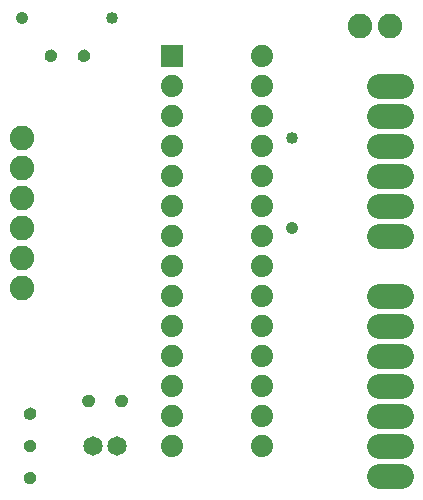
<source format=gts>
G75*
%MOIN*%
%OFA0B0*%
%FSLAX25Y25*%
%IPPOS*%
%LPD*%
%AMOC8*
5,1,8,0,0,1.08239X$1,22.5*
%
%ADD10C,0.06500*%
%ADD11R,0.07400X0.07400*%
%ADD12C,0.07400*%
%ADD13C,0.08200*%
%ADD14C,0.04000*%
%ADD15C,0.04123*%
%ADD16C,0.08200*%
%ADD17C,0.04800*%
%ADD18C,0.00500*%
D10*
X0037063Y0026000D03*
X0044937Y0026000D03*
D11*
X0063500Y0156000D03*
D12*
X0063500Y0146000D03*
X0063500Y0136000D03*
X0063500Y0126000D03*
X0063500Y0116000D03*
X0063500Y0106000D03*
X0063500Y0096000D03*
X0063500Y0086000D03*
X0063500Y0076000D03*
X0063500Y0066000D03*
X0063500Y0056000D03*
X0063500Y0046000D03*
X0063500Y0036000D03*
X0063500Y0026000D03*
X0093500Y0026000D03*
X0093500Y0036000D03*
X0093500Y0046000D03*
X0093500Y0056000D03*
X0093500Y0066000D03*
X0093500Y0076000D03*
X0093500Y0086000D03*
X0093500Y0096000D03*
X0093500Y0106000D03*
X0093500Y0116000D03*
X0093500Y0126000D03*
X0093500Y0136000D03*
X0093500Y0146000D03*
X0093500Y0156000D03*
D13*
X0126000Y0166000D03*
X0136000Y0166000D03*
X0013500Y0128500D03*
X0013500Y0118500D03*
X0013500Y0108500D03*
X0013500Y0098500D03*
X0013500Y0088500D03*
X0013500Y0078500D03*
D14*
X0043500Y0168500D03*
X0103500Y0128500D03*
D15*
X0103500Y0098500D03*
X0013500Y0168500D03*
D16*
X0132300Y0146000D02*
X0139700Y0146000D01*
X0139700Y0136000D02*
X0132300Y0136000D01*
X0132300Y0126000D02*
X0139700Y0126000D01*
X0139700Y0116000D02*
X0132300Y0116000D01*
X0132300Y0106000D02*
X0139700Y0106000D01*
X0139700Y0096000D02*
X0132300Y0096000D01*
X0132300Y0076000D02*
X0139700Y0076000D01*
X0139700Y0066000D02*
X0132300Y0066000D01*
X0132300Y0056000D02*
X0139700Y0056000D01*
X0139700Y0046000D02*
X0132300Y0046000D01*
X0132300Y0036000D02*
X0139700Y0036000D01*
X0139700Y0026000D02*
X0132300Y0026000D01*
X0132300Y0016000D02*
X0139700Y0016000D01*
D17*
X0136000Y0016000D03*
X0136000Y0026000D03*
X0136000Y0036000D03*
X0136000Y0046000D03*
X0136000Y0056000D03*
X0136000Y0066000D03*
X0136000Y0076000D03*
D18*
X0014658Y0014153D02*
X0014447Y0014472D01*
X0014312Y0014831D01*
X0014260Y0015210D01*
X0014295Y0015611D01*
X0014419Y0015993D01*
X0014624Y0016339D01*
X0014901Y0016630D01*
X0015236Y0016853D01*
X0015612Y0016995D01*
X0016010Y0017050D01*
X0016403Y0016999D01*
X0016775Y0016862D01*
X0017107Y0016645D01*
X0017383Y0016360D01*
X0017588Y0016021D01*
X0017712Y0015645D01*
X0017750Y0015250D01*
X0017704Y0014867D01*
X0017573Y0014503D01*
X0017365Y0014178D01*
X0017089Y0013907D01*
X0016760Y0013705D01*
X0016394Y0013580D01*
X0016010Y0013540D01*
X0015629Y0013574D01*
X0015264Y0013692D01*
X0014935Y0013888D01*
X0014658Y0014153D01*
X0014859Y0013961D02*
X0017144Y0013961D01*
X0017545Y0014460D02*
X0014455Y0014460D01*
X0014295Y0014958D02*
X0017715Y0014958D01*
X0017730Y0015457D02*
X0014282Y0015457D01*
X0014406Y0015955D02*
X0017610Y0015955D01*
X0017292Y0016454D02*
X0014733Y0016454D01*
X0015499Y0016952D02*
X0016530Y0016952D01*
X0016040Y0024240D02*
X0016424Y0024280D01*
X0016790Y0024404D01*
X0017119Y0024607D01*
X0017394Y0024878D01*
X0017603Y0025203D01*
X0017733Y0025567D01*
X0017780Y0025950D01*
X0017742Y0026345D01*
X0017618Y0026721D01*
X0017412Y0027060D01*
X0017137Y0027345D01*
X0016805Y0027561D01*
X0016433Y0027699D01*
X0016040Y0027750D01*
X0015642Y0027695D01*
X0015266Y0027552D01*
X0014931Y0027330D01*
X0014654Y0027039D01*
X0014448Y0026693D01*
X0014325Y0026310D01*
X0014290Y0025910D01*
X0014342Y0025530D01*
X0014477Y0025172D01*
X0014688Y0024852D01*
X0014965Y0024588D01*
X0015294Y0024392D01*
X0015659Y0024274D01*
X0016040Y0024240D01*
X0016832Y0024430D02*
X0015230Y0024430D01*
X0014638Y0024929D02*
X0017427Y0024929D01*
X0017683Y0025427D02*
X0014381Y0025427D01*
X0014292Y0025926D02*
X0017777Y0025926D01*
X0017716Y0026424D02*
X0014362Y0026424D01*
X0014585Y0026923D02*
X0017496Y0026923D01*
X0017020Y0027421D02*
X0015068Y0027421D01*
X0015618Y0034994D02*
X0015254Y0035112D01*
X0014925Y0035308D01*
X0014648Y0035572D01*
X0014437Y0035892D01*
X0014302Y0036250D01*
X0014250Y0036630D01*
X0014285Y0037030D01*
X0014408Y0037413D01*
X0014614Y0037759D01*
X0014891Y0038050D01*
X0015226Y0038272D01*
X0015602Y0038415D01*
X0016000Y0038470D01*
X0016393Y0038419D01*
X0016765Y0038281D01*
X0017097Y0038065D01*
X0017372Y0037780D01*
X0017577Y0037441D01*
X0017702Y0037065D01*
X0017740Y0036670D01*
X0017693Y0036287D01*
X0017563Y0035923D01*
X0017354Y0035598D01*
X0017079Y0035327D01*
X0016750Y0035124D01*
X0016384Y0035000D01*
X0016000Y0034960D01*
X0015618Y0034994D01*
X0014831Y0035397D02*
X0017150Y0035397D01*
X0017545Y0035896D02*
X0014435Y0035896D01*
X0014282Y0036394D02*
X0017706Y0036394D01*
X0017718Y0036893D02*
X0014273Y0036893D01*
X0014401Y0037391D02*
X0017594Y0037391D01*
X0017266Y0037890D02*
X0014738Y0037890D01*
X0015532Y0038388D02*
X0016475Y0038388D01*
X0033808Y0040626D02*
X0033770Y0041020D01*
X0033817Y0041404D01*
X0033947Y0041767D01*
X0034156Y0042092D01*
X0034431Y0042363D01*
X0034760Y0042566D01*
X0035126Y0042690D01*
X0035510Y0042730D01*
X0035891Y0042696D01*
X0036256Y0042578D01*
X0036585Y0042382D01*
X0036862Y0042118D01*
X0037073Y0041798D01*
X0037208Y0041440D01*
X0037260Y0041060D01*
X0037225Y0040660D01*
X0037102Y0040277D01*
X0036896Y0039931D01*
X0036619Y0039640D01*
X0036284Y0039418D01*
X0035908Y0039275D01*
X0035510Y0039220D01*
X0035117Y0039272D01*
X0034745Y0039409D01*
X0034413Y0039625D01*
X0034138Y0039910D01*
X0033932Y0040249D01*
X0033808Y0040626D01*
X0033783Y0040881D02*
X0037244Y0040881D01*
X0037216Y0041379D02*
X0033814Y0041379D01*
X0034018Y0041878D02*
X0037021Y0041878D01*
X0036591Y0042376D02*
X0034452Y0042376D01*
X0033888Y0040382D02*
X0037136Y0040382D01*
X0036851Y0039884D02*
X0034163Y0039884D01*
X0034808Y0039385D02*
X0036199Y0039385D01*
X0044828Y0040626D02*
X0044790Y0041020D01*
X0044837Y0041404D01*
X0044967Y0041767D01*
X0045176Y0042092D01*
X0045451Y0042363D01*
X0045780Y0042566D01*
X0046146Y0042690D01*
X0046530Y0042730D01*
X0046911Y0042696D01*
X0047276Y0042578D01*
X0047605Y0042382D01*
X0047882Y0042118D01*
X0048093Y0041798D01*
X0048228Y0041440D01*
X0048280Y0041060D01*
X0048245Y0040660D01*
X0048122Y0040277D01*
X0047916Y0039931D01*
X0047639Y0039640D01*
X0047304Y0039418D01*
X0046928Y0039275D01*
X0046530Y0039220D01*
X0046137Y0039272D01*
X0045765Y0039409D01*
X0045433Y0039625D01*
X0045158Y0039910D01*
X0044952Y0040249D01*
X0044828Y0040626D01*
X0044803Y0040881D02*
X0048264Y0040881D01*
X0048236Y0041379D02*
X0044834Y0041379D01*
X0045038Y0041878D02*
X0048041Y0041878D01*
X0047611Y0042376D02*
X0045473Y0042376D01*
X0044908Y0040382D02*
X0048156Y0040382D01*
X0047871Y0039884D02*
X0045183Y0039884D01*
X0045828Y0039385D02*
X0047219Y0039385D01*
X0034374Y0154310D02*
X0033990Y0154270D01*
X0033609Y0154304D01*
X0033244Y0154422D01*
X0032915Y0154618D01*
X0032638Y0154882D01*
X0032427Y0155202D01*
X0032292Y0155560D01*
X0032240Y0155940D01*
X0032275Y0156340D01*
X0032398Y0156723D01*
X0032604Y0157069D01*
X0032881Y0157360D01*
X0033216Y0157582D01*
X0033592Y0157725D01*
X0033990Y0157780D01*
X0034383Y0157728D01*
X0034755Y0157591D01*
X0035087Y0157375D01*
X0035362Y0157090D01*
X0035568Y0156751D01*
X0035692Y0156374D01*
X0035730Y0155980D01*
X0035683Y0155596D01*
X0035553Y0155233D01*
X0035344Y0154908D01*
X0035069Y0154637D01*
X0034740Y0154434D01*
X0034374Y0154310D01*
X0034914Y0154541D02*
X0033043Y0154541D01*
X0032534Y0155040D02*
X0035429Y0155040D01*
X0035663Y0155539D02*
X0032300Y0155539D01*
X0032249Y0156037D02*
X0035724Y0156037D01*
X0035639Y0156536D02*
X0032338Y0156536D01*
X0032583Y0157034D02*
X0035396Y0157034D01*
X0034845Y0157533D02*
X0033141Y0157533D01*
X0024672Y0156374D02*
X0024710Y0155980D01*
X0024663Y0155596D01*
X0024533Y0155233D01*
X0024324Y0154908D01*
X0024049Y0154637D01*
X0023720Y0154434D01*
X0023354Y0154310D01*
X0022970Y0154270D01*
X0022589Y0154304D01*
X0022224Y0154422D01*
X0021895Y0154618D01*
X0021618Y0154882D01*
X0021407Y0155202D01*
X0021272Y0155560D01*
X0021220Y0155940D01*
X0021255Y0156340D01*
X0021378Y0156723D01*
X0021584Y0157069D01*
X0021861Y0157360D01*
X0022196Y0157582D01*
X0022572Y0157725D01*
X0022970Y0157780D01*
X0023363Y0157728D01*
X0023735Y0157591D01*
X0024067Y0157375D01*
X0024342Y0157090D01*
X0024548Y0156751D01*
X0024672Y0156374D01*
X0024619Y0156536D02*
X0021318Y0156536D01*
X0021229Y0156037D02*
X0024704Y0156037D01*
X0024643Y0155539D02*
X0021280Y0155539D01*
X0021514Y0155040D02*
X0024409Y0155040D01*
X0023894Y0154541D02*
X0022023Y0154541D01*
X0021563Y0157034D02*
X0024376Y0157034D01*
X0023825Y0157533D02*
X0022121Y0157533D01*
M02*

</source>
